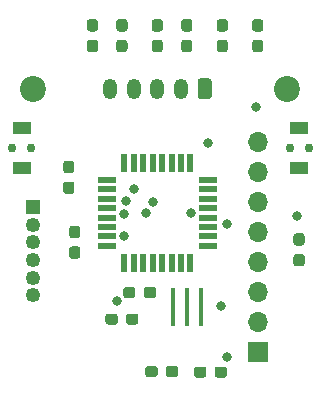
<source format=gts>
G04 #@! TF.GenerationSoftware,KiCad,Pcbnew,(5.1.9)-1*
G04 #@! TF.CreationDate,2021-08-03T23:26:31+09:00*
G04 #@! TF.ProjectId,IMU_BNO055_20210802,494d555f-424e-44f3-9035-355f32303231,rev?*
G04 #@! TF.SameCoordinates,PX6dac2c0PY6dac2c0*
G04 #@! TF.FileFunction,Soldermask,Top*
G04 #@! TF.FilePolarity,Negative*
%FSLAX46Y46*%
G04 Gerber Fmt 4.6, Leading zero omitted, Abs format (unit mm)*
G04 Created by KiCad (PCBNEW (5.1.9)-1) date 2021-08-03 23:26:31*
%MOMM*%
%LPD*%
G01*
G04 APERTURE LIST*
%ADD10C,2.200000*%
%ADD11C,1.250000*%
%ADD12R,1.250000X1.250000*%
%ADD13R,0.400000X3.200000*%
%ADD14R,1.600000X0.550000*%
%ADD15R,0.550000X1.600000*%
%ADD16C,0.750000*%
%ADD17R,1.600000X1.050000*%
%ADD18O,1.700000X1.700000*%
%ADD19R,1.700000X1.700000*%
%ADD20O,1.200000X1.750000*%
%ADD21C,0.800000*%
G04 APERTURE END LIST*
D10*
X6500000Y30500000D03*
X28000000Y30500000D03*
D11*
X6500000Y13000000D03*
X6500000Y14500000D03*
X6500000Y16000000D03*
X6500000Y17500000D03*
X6500000Y19000000D03*
D12*
X6500000Y20500000D03*
D13*
X18300000Y12000000D03*
X19500000Y12000000D03*
X20700000Y12000000D03*
D14*
X12750000Y17200000D03*
X12750000Y18000000D03*
X12750000Y18800000D03*
X12750000Y19600000D03*
X12750000Y20400000D03*
X12750000Y21200000D03*
X12750000Y22000000D03*
X12750000Y22800000D03*
D15*
X14200000Y24250000D03*
X15000000Y24250000D03*
X15800000Y24250000D03*
X16600000Y24250000D03*
X17400000Y24250000D03*
X18200000Y24250000D03*
X19000000Y24250000D03*
X19800000Y24250000D03*
D14*
X21250000Y22800000D03*
X21250000Y22000000D03*
X21250000Y21200000D03*
X21250000Y20400000D03*
X21250000Y19600000D03*
X21250000Y18800000D03*
X21250000Y18000000D03*
X21250000Y17200000D03*
D15*
X19800000Y15750000D03*
X19000000Y15750000D03*
X18200000Y15750000D03*
X17400000Y15750000D03*
X16600000Y15750000D03*
X15800000Y15750000D03*
X15000000Y15750000D03*
X14200000Y15750000D03*
D16*
X4700000Y25500000D03*
X6300000Y25500000D03*
D17*
X5500000Y23800000D03*
X5500000Y27200000D03*
D16*
X28200000Y25500000D03*
X29800000Y25500000D03*
D17*
X29000000Y23800000D03*
X29000000Y27200000D03*
G36*
G01*
X25262500Y34650000D02*
X25737500Y34650000D01*
G75*
G02*
X25975000Y34412500I0J-237500D01*
G01*
X25975000Y33837500D01*
G75*
G02*
X25737500Y33600000I-237500J0D01*
G01*
X25262500Y33600000D01*
G75*
G02*
X25025000Y33837500I0J237500D01*
G01*
X25025000Y34412500D01*
G75*
G02*
X25262500Y34650000I237500J0D01*
G01*
G37*
G36*
G01*
X25262500Y36400000D02*
X25737500Y36400000D01*
G75*
G02*
X25975000Y36162500I0J-237500D01*
G01*
X25975000Y35587500D01*
G75*
G02*
X25737500Y35350000I-237500J0D01*
G01*
X25262500Y35350000D01*
G75*
G02*
X25025000Y35587500I0J237500D01*
G01*
X25025000Y36162500D01*
G75*
G02*
X25262500Y36400000I237500J0D01*
G01*
G37*
G36*
G01*
X19262500Y34650000D02*
X19737500Y34650000D01*
G75*
G02*
X19975000Y34412500I0J-237500D01*
G01*
X19975000Y33837500D01*
G75*
G02*
X19737500Y33600000I-237500J0D01*
G01*
X19262500Y33600000D01*
G75*
G02*
X19025000Y33837500I0J237500D01*
G01*
X19025000Y34412500D01*
G75*
G02*
X19262500Y34650000I237500J0D01*
G01*
G37*
G36*
G01*
X19262500Y36400000D02*
X19737500Y36400000D01*
G75*
G02*
X19975000Y36162500I0J-237500D01*
G01*
X19975000Y35587500D01*
G75*
G02*
X19737500Y35350000I-237500J0D01*
G01*
X19262500Y35350000D01*
G75*
G02*
X19025000Y35587500I0J237500D01*
G01*
X19025000Y36162500D01*
G75*
G02*
X19262500Y36400000I237500J0D01*
G01*
G37*
G36*
G01*
X13762500Y34650000D02*
X14237500Y34650000D01*
G75*
G02*
X14475000Y34412500I0J-237500D01*
G01*
X14475000Y33837500D01*
G75*
G02*
X14237500Y33600000I-237500J0D01*
G01*
X13762500Y33600000D01*
G75*
G02*
X13525000Y33837500I0J237500D01*
G01*
X13525000Y34412500D01*
G75*
G02*
X13762500Y34650000I237500J0D01*
G01*
G37*
G36*
G01*
X13762500Y36400000D02*
X14237500Y36400000D01*
G75*
G02*
X14475000Y36162500I0J-237500D01*
G01*
X14475000Y35587500D01*
G75*
G02*
X14237500Y35350000I-237500J0D01*
G01*
X13762500Y35350000D01*
G75*
G02*
X13525000Y35587500I0J237500D01*
G01*
X13525000Y36162500D01*
G75*
G02*
X13762500Y36400000I237500J0D01*
G01*
G37*
G36*
G01*
X21850000Y6262500D02*
X21850000Y6737500D01*
G75*
G02*
X22087500Y6975000I237500J0D01*
G01*
X22662500Y6975000D01*
G75*
G02*
X22900000Y6737500I0J-237500D01*
G01*
X22900000Y6262500D01*
G75*
G02*
X22662500Y6025000I-237500J0D01*
G01*
X22087500Y6025000D01*
G75*
G02*
X21850000Y6262500I0J237500D01*
G01*
G37*
G36*
G01*
X20100000Y6262500D02*
X20100000Y6737500D01*
G75*
G02*
X20337500Y6975000I237500J0D01*
G01*
X20912500Y6975000D01*
G75*
G02*
X21150000Y6737500I0J-237500D01*
G01*
X21150000Y6262500D01*
G75*
G02*
X20912500Y6025000I-237500J0D01*
G01*
X20337500Y6025000D01*
G75*
G02*
X20100000Y6262500I0J237500D01*
G01*
G37*
D18*
X25500000Y26000000D03*
X25500000Y23460000D03*
X25500000Y20920000D03*
X25500000Y18380000D03*
X25500000Y15840000D03*
X25500000Y13300000D03*
X25500000Y10760000D03*
D19*
X25500000Y8220000D03*
D20*
X13000000Y30500000D03*
X15000000Y30500000D03*
X17000000Y30500000D03*
X19000000Y30500000D03*
G36*
G01*
X21600000Y31125001D02*
X21600000Y29874999D01*
G75*
G02*
X21350001Y29625000I-249999J0D01*
G01*
X20649999Y29625000D01*
G75*
G02*
X20400000Y29874999I0J249999D01*
G01*
X20400000Y31125001D01*
G75*
G02*
X20649999Y31375000I249999J0D01*
G01*
X21350001Y31375000D01*
G75*
G02*
X21600000Y31125001I0J-249999D01*
G01*
G37*
G36*
G01*
X22737500Y35350000D02*
X22262500Y35350000D01*
G75*
G02*
X22025000Y35587500I0J237500D01*
G01*
X22025000Y36162500D01*
G75*
G02*
X22262500Y36400000I237500J0D01*
G01*
X22737500Y36400000D01*
G75*
G02*
X22975000Y36162500I0J-237500D01*
G01*
X22975000Y35587500D01*
G75*
G02*
X22737500Y35350000I-237500J0D01*
G01*
G37*
G36*
G01*
X22737500Y33600000D02*
X22262500Y33600000D01*
G75*
G02*
X22025000Y33837500I0J237500D01*
G01*
X22025000Y34412500D01*
G75*
G02*
X22262500Y34650000I237500J0D01*
G01*
X22737500Y34650000D01*
G75*
G02*
X22975000Y34412500I0J-237500D01*
G01*
X22975000Y33837500D01*
G75*
G02*
X22737500Y33600000I-237500J0D01*
G01*
G37*
G36*
G01*
X17237500Y35350000D02*
X16762500Y35350000D01*
G75*
G02*
X16525000Y35587500I0J237500D01*
G01*
X16525000Y36162500D01*
G75*
G02*
X16762500Y36400000I237500J0D01*
G01*
X17237500Y36400000D01*
G75*
G02*
X17475000Y36162500I0J-237500D01*
G01*
X17475000Y35587500D01*
G75*
G02*
X17237500Y35350000I-237500J0D01*
G01*
G37*
G36*
G01*
X17237500Y33600000D02*
X16762500Y33600000D01*
G75*
G02*
X16525000Y33837500I0J237500D01*
G01*
X16525000Y34412500D01*
G75*
G02*
X16762500Y34650000I237500J0D01*
G01*
X17237500Y34650000D01*
G75*
G02*
X17475000Y34412500I0J-237500D01*
G01*
X17475000Y33837500D01*
G75*
G02*
X17237500Y33600000I-237500J0D01*
G01*
G37*
G36*
G01*
X11737500Y35350000D02*
X11262500Y35350000D01*
G75*
G02*
X11025000Y35587500I0J237500D01*
G01*
X11025000Y36162500D01*
G75*
G02*
X11262500Y36400000I237500J0D01*
G01*
X11737500Y36400000D01*
G75*
G02*
X11975000Y36162500I0J-237500D01*
G01*
X11975000Y35587500D01*
G75*
G02*
X11737500Y35350000I-237500J0D01*
G01*
G37*
G36*
G01*
X11737500Y33600000D02*
X11262500Y33600000D01*
G75*
G02*
X11025000Y33837500I0J237500D01*
G01*
X11025000Y34412500D01*
G75*
G02*
X11262500Y34650000I237500J0D01*
G01*
X11737500Y34650000D01*
G75*
G02*
X11975000Y34412500I0J-237500D01*
G01*
X11975000Y33837500D01*
G75*
G02*
X11737500Y33600000I-237500J0D01*
G01*
G37*
G36*
G01*
X17725000Y6320500D02*
X17725000Y6795500D01*
G75*
G02*
X17962500Y7033000I237500J0D01*
G01*
X18537500Y7033000D01*
G75*
G02*
X18775000Y6795500I0J-237500D01*
G01*
X18775000Y6320500D01*
G75*
G02*
X18537500Y6083000I-237500J0D01*
G01*
X17962500Y6083000D01*
G75*
G02*
X17725000Y6320500I0J237500D01*
G01*
G37*
G36*
G01*
X15975000Y6320500D02*
X15975000Y6795500D01*
G75*
G02*
X16212500Y7033000I237500J0D01*
G01*
X16787500Y7033000D01*
G75*
G02*
X17025000Y6795500I0J-237500D01*
G01*
X17025000Y6320500D01*
G75*
G02*
X16787500Y6083000I-237500J0D01*
G01*
X16212500Y6083000D01*
G75*
G02*
X15975000Y6320500I0J237500D01*
G01*
G37*
G36*
G01*
X15150000Y13487500D02*
X15150000Y13012500D01*
G75*
G02*
X14912500Y12775000I-237500J0D01*
G01*
X14337500Y12775000D01*
G75*
G02*
X14100000Y13012500I0J237500D01*
G01*
X14100000Y13487500D01*
G75*
G02*
X14337500Y13725000I237500J0D01*
G01*
X14912500Y13725000D01*
G75*
G02*
X15150000Y13487500I0J-237500D01*
G01*
G37*
G36*
G01*
X16900000Y13487500D02*
X16900000Y13012500D01*
G75*
G02*
X16662500Y12775000I-237500J0D01*
G01*
X16087500Y12775000D01*
G75*
G02*
X15850000Y13012500I0J237500D01*
G01*
X15850000Y13487500D01*
G75*
G02*
X16087500Y13725000I237500J0D01*
G01*
X16662500Y13725000D01*
G75*
G02*
X16900000Y13487500I0J-237500D01*
G01*
G37*
G36*
G01*
X10237500Y17850000D02*
X9762500Y17850000D01*
G75*
G02*
X9525000Y18087500I0J237500D01*
G01*
X9525000Y18662500D01*
G75*
G02*
X9762500Y18900000I237500J0D01*
G01*
X10237500Y18900000D01*
G75*
G02*
X10475000Y18662500I0J-237500D01*
G01*
X10475000Y18087500D01*
G75*
G02*
X10237500Y17850000I-237500J0D01*
G01*
G37*
G36*
G01*
X10237500Y16100000D02*
X9762500Y16100000D01*
G75*
G02*
X9525000Y16337500I0J237500D01*
G01*
X9525000Y16912500D01*
G75*
G02*
X9762500Y17150000I237500J0D01*
G01*
X10237500Y17150000D01*
G75*
G02*
X10475000Y16912500I0J-237500D01*
G01*
X10475000Y16337500D01*
G75*
G02*
X10237500Y16100000I-237500J0D01*
G01*
G37*
G36*
G01*
X14350000Y10762500D02*
X14350000Y11237500D01*
G75*
G02*
X14587500Y11475000I237500J0D01*
G01*
X15162500Y11475000D01*
G75*
G02*
X15400000Y11237500I0J-237500D01*
G01*
X15400000Y10762500D01*
G75*
G02*
X15162500Y10525000I-237500J0D01*
G01*
X14587500Y10525000D01*
G75*
G02*
X14350000Y10762500I0J237500D01*
G01*
G37*
G36*
G01*
X12600000Y10762500D02*
X12600000Y11237500D01*
G75*
G02*
X12837500Y11475000I237500J0D01*
G01*
X13412500Y11475000D01*
G75*
G02*
X13650000Y11237500I0J-237500D01*
G01*
X13650000Y10762500D01*
G75*
G02*
X13412500Y10525000I-237500J0D01*
G01*
X12837500Y10525000D01*
G75*
G02*
X12600000Y10762500I0J237500D01*
G01*
G37*
G36*
G01*
X9737500Y23350000D02*
X9262500Y23350000D01*
G75*
G02*
X9025000Y23587500I0J237500D01*
G01*
X9025000Y24162500D01*
G75*
G02*
X9262500Y24400000I237500J0D01*
G01*
X9737500Y24400000D01*
G75*
G02*
X9975000Y24162500I0J-237500D01*
G01*
X9975000Y23587500D01*
G75*
G02*
X9737500Y23350000I-237500J0D01*
G01*
G37*
G36*
G01*
X9737500Y21600000D02*
X9262500Y21600000D01*
G75*
G02*
X9025000Y21837500I0J237500D01*
G01*
X9025000Y22412500D01*
G75*
G02*
X9262500Y22650000I237500J0D01*
G01*
X9737500Y22650000D01*
G75*
G02*
X9975000Y22412500I0J-237500D01*
G01*
X9975000Y21837500D01*
G75*
G02*
X9737500Y21600000I-237500J0D01*
G01*
G37*
G36*
G01*
X28762500Y16525000D02*
X29237500Y16525000D01*
G75*
G02*
X29475000Y16287500I0J-237500D01*
G01*
X29475000Y15712500D01*
G75*
G02*
X29237500Y15475000I-237500J0D01*
G01*
X28762500Y15475000D01*
G75*
G02*
X28525000Y15712500I0J237500D01*
G01*
X28525000Y16287500D01*
G75*
G02*
X28762500Y16525000I237500J0D01*
G01*
G37*
G36*
G01*
X28762500Y18275000D02*
X29237500Y18275000D01*
G75*
G02*
X29475000Y18037500I0J-237500D01*
G01*
X29475000Y17462500D01*
G75*
G02*
X29237500Y17225000I-237500J0D01*
G01*
X28762500Y17225000D01*
G75*
G02*
X28525000Y17462500I0J237500D01*
G01*
X28525000Y18037500D01*
G75*
G02*
X28762500Y18275000I237500J0D01*
G01*
G37*
D21*
X13581100Y12568100D03*
X22422750Y12077250D03*
X21270000Y25909300D03*
X14185900Y18032700D03*
X16009300Y20007800D03*
X22924100Y19080000D03*
X22872300Y7752400D03*
X16646600Y20874400D03*
X25394000Y28974900D03*
X15053600Y22055100D03*
X14328200Y21017400D03*
X14203700Y19909500D03*
X19839900Y20012700D03*
X28782700Y19744700D03*
M02*

</source>
